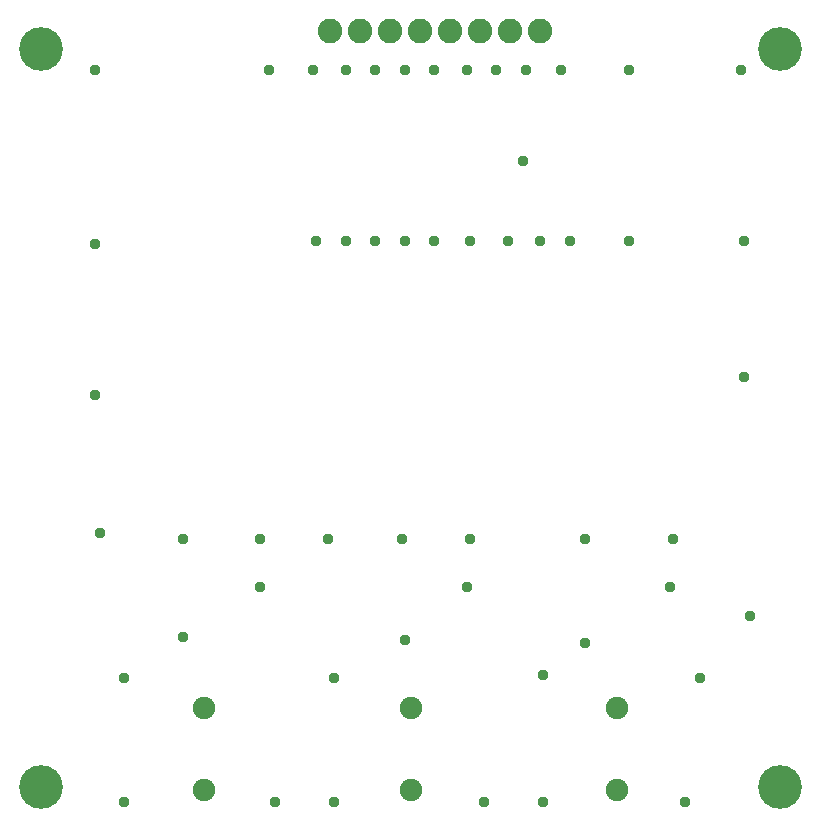
<source format=gbr>
G04 EAGLE Gerber RS-274X export*
G75*
%MOMM*%
%FSLAX34Y34*%
%LPD*%
%INSoldermask Bottom*%
%IPPOS*%
%AMOC8*
5,1,8,0,0,1.08239X$1,22.5*%
G01*
%ADD10C,3.703200*%
%ADD11C,1.903200*%
%ADD12C,2.082800*%
%ADD13C,0.959600*%


D10*
X37500Y662500D03*
X662500Y662500D03*
X662500Y37500D03*
X37500Y37500D03*
D11*
X525000Y35000D03*
X525000Y105000D03*
D12*
X460000Y677500D03*
X434600Y677500D03*
X409200Y677500D03*
X383800Y677500D03*
X358400Y677500D03*
X333000Y677500D03*
X307600Y677500D03*
X282200Y677500D03*
D11*
X350000Y35000D03*
X350000Y105000D03*
X175000Y35000D03*
X175000Y105000D03*
D13*
X107500Y130000D03*
X570000Y207500D03*
X222500Y207500D03*
X460000Y500000D03*
X397500Y207500D03*
X432500Y500000D03*
X400000Y500000D03*
X370000Y500000D03*
X485000Y500000D03*
X235000Y25000D03*
X535000Y500000D03*
X535000Y645000D03*
X230000Y645000D03*
X82500Y645000D03*
X107500Y25000D03*
X447500Y645000D03*
X370000Y645000D03*
X397500Y645000D03*
X422500Y645000D03*
X400000Y247500D03*
X572500Y247500D03*
X497500Y160000D03*
X637500Y182500D03*
X497500Y247500D03*
X462500Y132500D03*
X462500Y25000D03*
X445000Y567500D03*
X345000Y645000D03*
X320000Y645000D03*
X295000Y645000D03*
X267500Y645000D03*
X477500Y645000D03*
X345000Y500000D03*
X320000Y500000D03*
X295000Y500000D03*
X270000Y500000D03*
X342500Y247500D03*
X280000Y247500D03*
X222500Y247500D03*
X157500Y247500D03*
X157500Y165000D03*
X345000Y162500D03*
X412500Y25000D03*
X582500Y25000D03*
X285000Y25000D03*
X285000Y130000D03*
X595000Y130000D03*
X82500Y497500D03*
X82500Y370000D03*
X87500Y252500D03*
X632500Y385000D03*
X632500Y500000D03*
X630000Y645000D03*
M02*

</source>
